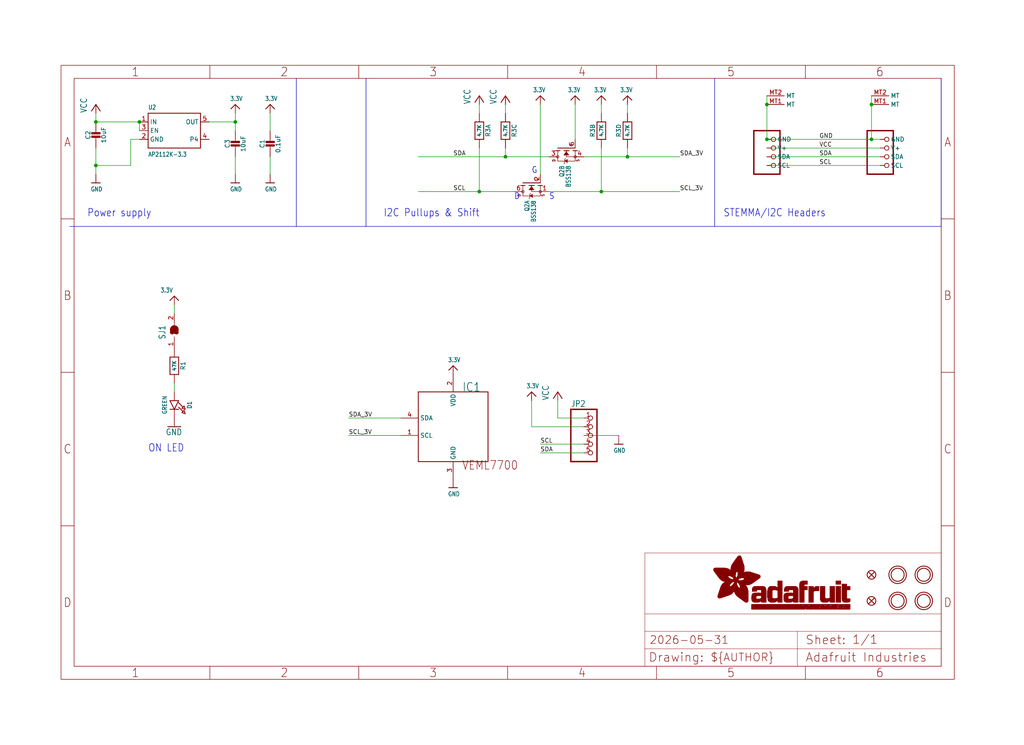
<source format=kicad_sch>
(kicad_sch (version 20230121) (generator eeschema)
  (paper "User" 298.45 217.322)
  (lib_symbols
    (symbol "working-eagle-import:3.3V" (power)
      (property "Value" "3.3V" (at -1.524 1.016 0))
      (symbol "3.3V_1_0"
        (pin power_in line (at 0 -2.54 90) (length 2.54) (name "3.3V") (number "1"))
      )
    )
    (symbol "working-eagle-import:CAP_CERAMIC0603_NO"
      (property "Reference" "C" (at -2.29 1.25 90))
      (symbol "CAP_CERAMIC0603_NO_1_0"
        (pin passive line (at 0 5.08 270) (length 2.54) (name "1") (number "1"))
        (pin passive line (at 0 -2.54 90) (length 2.54) (name "2") (number "2"))
      )
    )
    (symbol "working-eagle-import:CAP_CERAMIC0805-NOOUTLINE"
      (property "Reference" "C" (at -2.29 1.25 90))
      (symbol "CAP_CERAMIC0805-NOOUTLINE_1_0"
        (pin passive line (at 0 5.08 270) (length 2.54) (name "1") (number "1"))
        (pin passive line (at 0 -2.54 90) (length 2.54) (name "2") (number "2"))
      )
    )
    (symbol "working-eagle-import:FIDUCIAL_1MM")
    (symbol "working-eagle-import:FRAME_A4_ADAFRUIT"
      (symbol "FRAME_A4_ADAFRUIT_1_0"
        (text "${#}/${##}" (at 230.505 10.16 0) (effects (font (size 2.54 2.54)) (justify left bottom)))
        (text "${AUTHOR}" (at 189.23 5.08 0) (effects (font (size 2.286 2.286)) (justify left bottom)))
        (text "${CURRENT_DATE}" (at 171.45 10.16 0) (effects (font (size 2.286 2.286)) (justify left bottom)))
        (text "${PROJECTNAME}" (at 171.45 15.24 0) (effects (font (size 2.54 2.54)) (justify left bottom)))
        (text "1" (at 21.6958 1.905 0) (effects (font (size 2.54 2.286))))
        (text "1" (at 21.6958 177.165 0) (effects (font (size 2.54 2.286))))
        (text "2" (at 65.0875 1.905 0) (effects (font (size 2.54 2.286))))
        (text "2" (at 65.0875 177.165 0) (effects (font (size 2.54 2.286))))
        (text "3" (at 108.4792 1.905 0) (effects (font (size 2.54 2.286))))
        (text "3" (at 108.4792 177.165 0) (effects (font (size 2.54 2.286))))
        (text "4" (at 151.8708 1.905 0) (effects (font (size 2.54 2.286))))
        (text "4" (at 151.8708 177.165 0) (effects (font (size 2.54 2.286))))
        (text "5" (at 195.2625 1.905 0) (effects (font (size 2.54 2.286))))
        (text "5" (at 195.2625 177.165 0) (effects (font (size 2.54 2.286))))
        (text "6" (at 238.6542 1.905 0) (effects (font (size 2.54 2.286))))
        (text "6" (at 238.6542 177.165 0) (effects (font (size 2.54 2.286))))
        (text "A" (at 1.905 156.6863 0) (effects (font (size 2.54 2.286))))
        (text "A" (at 258.445 156.6863 0) (effects (font (size 2.54 2.286))))
        (text "Adafruit Industries" (at 216.916 4.953 0) (effects (font (size 2.54 2.54)) (justify left bottom)))
        (text "B" (at 1.905 111.9188 0) (effects (font (size 2.54 2.286))))
        (text "B" (at 258.445 111.9188 0) (effects (font (size 2.54 2.286))))
        (text "C" (at 1.905 67.1513 0) (effects (font (size 2.54 2.286))))
        (text "C" (at 258.445 67.1513 0) (effects (font (size 2.54 2.286))))
        (text "D" (at 1.905 22.3838 0) (effects (font (size 2.54 2.286))))
        (text "D" (at 258.445 22.3838 0) (effects (font (size 2.54 2.286))))
        (text "Drawing:" (at 171.196 4.953 0) (effects (font (size 2.54 2.54)) (justify left bottom)))
        (text "Sheet:" (at 216.916 10.033 0) (effects (font (size 2.54 2.54)) (justify left bottom)))
      )
    )
    (symbol "working-eagle-import:GND" (power)
      (property "Value" "GND" (at -1.524 -2.54 0))
      (symbol "GND_1_0"
        (pin power_in line (at 0 2.54 270) (length 2.54) (name "GND") (number "1"))
      )
    )
    (symbol "working-eagle-import:HEADER-1X5ROUND"
      (property "Reference" "JP" (at -6.35 8.255 0))
      (symbol "HEADER-1X5ROUND_1_0"
        (pin passive inverted (at -2.54 5.08 0) (length 2.54) (name "1") (number "1"))
        (pin passive inverted (at -2.54 2.54 0) (length 2.54) (name "2") (number "2"))
        (pin passive inverted (at -2.54 0 0) (length 2.54) (name "3") (number "3"))
        (pin passive inverted (at -2.54 -2.54 0) (length 2.54) (name "4") (number "4"))
        (pin passive inverted (at -2.54 -5.08 0) (length 2.54) (name "5") (number "5"))
      )
    )
    (symbol "working-eagle-import:LED0603_NOOUTLINE"
      (property "Reference" "D" (at -1.27 4.445 0))
      (symbol "LED0603_NOOUTLINE_1_0"
        (pin passive line (at -5.08 0 0) (length 2.54) (name "A") (number "A"))
        (pin passive line (at 2.54 0 180) (length 2.54) (name "C") (number "C"))
      )
    )
    (symbol "working-eagle-import:MOSFET-N_DUAL"
      (property "Reference" "Q" (at 5.08 0.635 0))
      (symbol "MOSFET-N_DUAL_1_0"
        (text "D" (at 3.175 3.175 0) (effects (font (size 0.8128 0.6908)) (justify left bottom)))
        (text "G" (at -1.27 -1.905 0) (effects (font (size 0.8128 0.6908)) (justify left bottom)))
        (text "S" (at 3.175 -3.81 0) (effects (font (size 0.8128 0.6908)) (justify left bottom)))
        (pin bidirectional line (at 2.54 -5.08 90) (length 2.54) (name "S") (number "1"))
        (pin bidirectional line (at -2.54 -2.54 0) (length 2.54) (name "G") (number "2"))
        (pin bidirectional line (at 2.54 5.08 270) (length 2.54) (name "D") (number "6"))
      )
      (symbol "MOSFET-N_DUAL_2_0"
        (text "D" (at 3.175 3.175 0) (effects (font (size 0.8128 0.6908)) (justify left bottom)))
        (text "G" (at -1.27 -1.905 0) (effects (font (size 0.8128 0.6908)) (justify left bottom)))
        (text "S" (at 3.175 -3.81 0) (effects (font (size 0.8128 0.6908)) (justify left bottom)))
        (pin bidirectional line (at 2.54 5.08 270) (length 2.54) (name "D") (number "3"))
        (pin bidirectional line (at 2.54 -5.08 90) (length 2.54) (name "S") (number "4"))
        (pin bidirectional line (at -2.54 -2.54 0) (length 2.54) (name "G") (number "5"))
      )
    )
    (symbol "working-eagle-import:MOUNTINGHOLE2.5")
    (symbol "working-eagle-import:RESISTOR_0603_NOOUT"
      (property "Reference" "R" (at 0 2.54 0))
      (symbol "RESISTOR_0603_NOOUT_1_0"
        (pin passive line (at -5.08 0 0) (length 2.54) (name "1") (number "1"))
        (pin passive line (at 5.08 0 180) (length 2.54) (name "2") (number "2"))
      )
    )
    (symbol "working-eagle-import:RESISTOR_4PACK"
      (property "Reference" "R" (at 0 2.54 0))
      (symbol "RESISTOR_4PACK_1_0"
        (pin passive line (at -5.08 0 0) (length 2.54) (name "1") (number "1"))
        (pin passive line (at 5.08 0 180) (length 2.54) (name "2") (number "8"))
      )
      (symbol "RESISTOR_4PACK_2_0"
        (pin passive line (at -5.08 0 0) (length 2.54) (name "1") (number "2"))
        (pin passive line (at 5.08 0 180) (length 2.54) (name "2") (number "7"))
      )
      (symbol "RESISTOR_4PACK_3_0"
        (pin passive line (at -5.08 0 0) (length 2.54) (name "1") (number "3"))
        (pin passive line (at 5.08 0 180) (length 2.54) (name "2") (number "6"))
      )
      (symbol "RESISTOR_4PACK_4_0"
        (pin passive line (at -5.08 0 0) (length 2.54) (name "1") (number "4"))
        (pin passive line (at 5.08 0 180) (length 2.54) (name "2") (number "5"))
      )
    )
    (symbol "working-eagle-import:SOLDERJUMPER_CLOSED"
      (property "Reference" "SJ" (at -2.54 2.54 0))
      (symbol "SOLDERJUMPER_CLOSED_1_0"
        (pin passive line (at -5.08 0 0) (length 2.54) (name "1") (number "1"))
        (pin passive line (at 5.08 0 180) (length 2.54) (name "2") (number "2"))
      )
    )
    (symbol "working-eagle-import:STEMMA_I2C_QT"
      (symbol "STEMMA_I2C_QT_1_0"
        (pin passive inverted (at 0 5.08 0) (length 2.54) (name "GND") (number "1"))
        (pin passive inverted (at 0 2.54 0) (length 2.54) (name "V+") (number "2"))
        (pin passive inverted (at 0 0 0) (length 2.54) (name "SDA") (number "3"))
        (pin passive inverted (at 0 -2.54 0) (length 2.54) (name "SCL") (number "4"))
      )
      (symbol "STEMMA_I2C_QT_2_0"
        (pin bidirectional line (at 0 0 0) (length 5.08) (name "MT") (number "MT1"))
      )
      (symbol "STEMMA_I2C_QT_3_0"
        (pin bidirectional line (at 0 0 0) (length 5.08) (name "MT") (number "MT2"))
      )
    )
    (symbol "working-eagle-import:VCC" (power)
      (property "Value" "VCC" (at -2.54 -2.54 90))
      (symbol "VCC_1_0"
        (pin power_in line (at 0 -2.54 90) (length 2.54) (name "VCC") (number "1"))
      )
    )
    (symbol "working-eagle-import:VEML7700"
      (property "Reference" "IC" (at 2.54 10.16 0))
      (symbol "VEML7700_1_0"
        (text "VEML7700" (at 2.54 -12.7 0) (effects (font (size 2.54 2.159)) (justify left bottom)))
        (pin bidirectional line (at -15.24 -2.54 0) (length 5.08) (name "SCL") (number "1"))
        (pin power_in line (at 0 15.24 270) (length 5.08) (name "VDD") (number "2"))
        (pin power_in line (at 0 -15.24 90) (length 5.08) (name "GND") (number "3"))
        (pin bidirectional line (at -15.24 2.54 0) (length 5.08) (name "SDA") (number "4"))
      )
    )
    (symbol "working-eagle-import:VREG_SOT23-5"
      (property "Reference" "U" (at -7.62 6.096 0))
      (symbol "VREG_SOT23-5_1_0"
        (pin power_in line (at -10.16 2.54 0) (length 2.54) (name "IN") (number "1"))
        (pin power_in line (at -10.16 -2.54 0) (length 2.54) (name "GND") (number "2"))
        (pin input line (at -10.16 0 0) (length 2.54) (name "EN") (number "3"))
        (pin bidirectional line (at 10.16 -2.54 180) (length 2.54) (name "P4") (number "4"))
        (pin power_in line (at 10.16 2.54 180) (length 2.54) (name "OUT") (number "5"))
      )
    )
    (symbol "working-eagle-import:adafruit_power_3.3V" (power)
      (property "Value" "adafruit_power_3.3V" (at -1.524 1.016 0))
      (symbol "adafruit_power_3.3V_1_0"
        (pin power_in line (at 0 -2.54 90) (length 2.54) (name "3.3V") (number "1"))
      )
    )
    (symbol "working-eagle-import:supply1_GND" (power)
      (property "Value" "supply1_GND" (at -2.54 -2.54 0))
      (symbol "supply1_GND_1_0"
        (pin power_in line (at 0 2.54 270) (length 2.54) (name "GND") (number "1"))
      )
    )
  )
  (junction (at 147.32 45.72))
  (junction (at 223.52 40.64))
  (junction (at 68.58 35.56))
  (junction (at 223.52 30.48))
  (junction (at 175.26 55.88))
  (junction (at 254 40.64))
  (junction (at 182.88 45.72))
  (junction (at 139.7 55.88))
  (junction (at 254 30.48))
  (junction (at 40.64 35.56))
  (junction (at 27.94 35.56))
  (junction (at 27.94 48.26))
  (wire (pts (xy 182.88 43.18) (xy 182.88 45.72)) (stroke (width 0.1524)))
  (polyline (pts (xy 20.32 66.04) (xy 86.36 66.04)) (stroke (width 0.1524) (type solid)))
  (wire (pts (xy 40.64 35.56) (xy 27.94 35.56)) (stroke (width 0.1524)))
  (wire (pts (xy 68.58 45.72) (xy 68.58 50.8)) (stroke (width 0.1524)))
  (wire (pts (xy 38.1 48.26) (xy 27.94 48.26)) (stroke (width 0.1524)))
  (wire (pts (xy 40.64 38.1) (xy 40.64 35.56)) (stroke (width 0.1524)))
  (wire (pts (xy 27.94 48.26) (xy 27.94 43.18)) (stroke (width 0.1524)))
  (wire (pts (xy 27.94 33.02) (xy 27.94 35.56)) (stroke (width 0.1524)))
  (wire (pts (xy 254 27.94) (xy 254 30.48)) (stroke (width 0.1524)))
  (wire (pts (xy 170.18 127) (xy 180.34 127)) (stroke (width 0.1524)))
  (polyline (pts (xy 208.28 66.04) (xy 274.32 66.04)) (stroke (width 0.1524) (type solid)))
  (wire (pts (xy 78.74 33.02) (xy 78.74 38.1)) (stroke (width 0.1524)))
  (wire (pts (xy 68.58 35.56) (xy 68.58 33.02)) (stroke (width 0.1524)))
  (wire (pts (xy 254 40.64) (xy 223.52 40.64)) (stroke (width 0.1524)))
  (wire (pts (xy 139.7 43.18) (xy 139.7 55.88)) (stroke (width 0.1524)))
  (wire (pts (xy 27.94 48.26) (xy 27.94 50.8)) (stroke (width 0.1524)))
  (wire (pts (xy 167.64 40.64) (xy 167.64 30.48)) (stroke (width 0.1524)))
  (wire (pts (xy 170.18 132.08) (xy 157.48 132.08)) (stroke (width 0.1524)))
  (wire (pts (xy 175.26 55.88) (xy 198.12 55.88)) (stroke (width 0.1524)))
  (wire (pts (xy 223.52 27.94) (xy 223.52 30.48)) (stroke (width 0.1524)))
  (wire (pts (xy 223.52 48.26) (xy 256.54 48.26)) (stroke (width 0.1524)))
  (wire (pts (xy 40.64 40.64) (xy 38.1 40.64)) (stroke (width 0.1524)))
  (wire (pts (xy 147.32 45.72) (xy 121.92 45.72)) (stroke (width 0.1524)))
  (wire (pts (xy 170.18 129.54) (xy 157.48 129.54)) (stroke (width 0.1524)))
  (wire (pts (xy 170.18 124.46) (xy 154.94 124.46)) (stroke (width 0.1524)))
  (wire (pts (xy 78.74 45.72) (xy 78.74 50.8)) (stroke (width 0.1524)))
  (wire (pts (xy 223.52 30.48) (xy 223.52 40.64)) (stroke (width 0.1524)))
  (wire (pts (xy 50.8 88.9) (xy 50.8 91.44)) (stroke (width 0.1524)))
  (wire (pts (xy 38.1 40.64) (xy 38.1 48.26)) (stroke (width 0.1524)))
  (polyline (pts (xy 86.36 66.04) (xy 106.68 66.04)) (stroke (width 0.1524) (type solid)))
  (wire (pts (xy 149.86 55.88) (xy 139.7 55.88)) (stroke (width 0.1524)))
  (wire (pts (xy 223.52 43.18) (xy 256.54 43.18)) (stroke (width 0.1524)))
  (wire (pts (xy 160.02 55.88) (xy 175.26 55.88)) (stroke (width 0.1524)))
  (wire (pts (xy 170.18 45.72) (xy 182.88 45.72)) (stroke (width 0.1524)))
  (polyline (pts (xy 106.68 66.04) (xy 208.28 66.04)) (stroke (width 0.1524) (type solid)))
  (wire (pts (xy 147.32 43.18) (xy 147.32 45.72)) (stroke (width 0.1524)))
  (wire (pts (xy 182.88 45.72) (xy 198.12 45.72)) (stroke (width 0.1524)))
  (wire (pts (xy 154.94 124.46) (xy 154.94 116.84)) (stroke (width 0.1524)))
  (wire (pts (xy 182.88 33.02) (xy 182.88 30.48)) (stroke (width 0.1524)))
  (wire (pts (xy 147.32 33.02) (xy 147.32 30.48)) (stroke (width 0.1524)))
  (wire (pts (xy 68.58 35.56) (xy 68.58 38.1)) (stroke (width 0.1524)))
  (wire (pts (xy 175.26 33.02) (xy 175.26 30.48)) (stroke (width 0.1524)))
  (polyline (pts (xy 86.36 22.86) (xy 86.36 66.04)) (stroke (width 0.1524) (type solid)))
  (wire (pts (xy 256.54 40.64) (xy 254 40.64)) (stroke (width 0.1524)))
  (wire (pts (xy 254 30.48) (xy 254 40.64)) (stroke (width 0.1524)))
  (wire (pts (xy 175.26 43.18) (xy 175.26 55.88)) (stroke (width 0.1524)))
  (wire (pts (xy 256.54 45.72) (xy 223.52 45.72)) (stroke (width 0.1524)))
  (wire (pts (xy 162.56 121.92) (xy 162.56 116.84)) (stroke (width 0.1524)))
  (wire (pts (xy 170.18 121.92) (xy 162.56 121.92)) (stroke (width 0.1524)))
  (wire (pts (xy 60.96 35.56) (xy 68.58 35.56)) (stroke (width 0.1524)))
  (wire (pts (xy 160.02 45.72) (xy 147.32 45.72)) (stroke (width 0.1524)))
  (wire (pts (xy 116.84 121.92) (xy 101.6 121.92)) (stroke (width 0.1524)))
  (polyline (pts (xy 274.32 22.86) (xy 274.32 66.04)) (stroke (width 0.1524) (type solid)))
  (wire (pts (xy 157.48 50.8) (xy 157.48 30.48)) (stroke (width 0.1524)))
  (wire (pts (xy 50.8 114.3) (xy 50.8 111.76)) (stroke (width 0.1524)))
  (polyline (pts (xy 106.68 22.86) (xy 106.68 66.04)) (stroke (width 0.1524) (type solid)))
  (wire (pts (xy 101.6 127) (xy 116.84 127)) (stroke (width 0.1524)))
  (polyline (pts (xy 208.28 22.86) (xy 208.28 66.04)) (stroke (width 0.1524) (type solid)))
  (wire (pts (xy 139.7 55.88) (xy 121.92 55.88)) (stroke (width 0.1524)))
  (wire (pts (xy 139.7 30.48) (xy 139.7 33.02)) (stroke (width 0.1524)))
  (text "D" (at 149.86 58.42 0) (effects (font (size 1.778 1.5113)) (justify left bottom)))
  (text "STEMMA/I2C Headers" (at 210.82 63.5 0) (effects (font (size 2.1844 1.8567)) (justify left bottom)))
  (text "Power supply" (at 25.4 63.5 0) (effects (font (size 2.1844 1.8567)) (justify left bottom)))
  (text "S" (at 160.02 58.42 0) (effects (font (size 1.778 1.5113)) (justify left bottom)))
  (text "I2C Pullups & Shift" (at 111.76 63.5 0) (effects (font (size 2.1844 1.8567)) (justify left bottom)))
  (text "G" (at 154.94 50.8 0) (effects (font (size 1.778 1.5113)) (justify left bottom)))
  (text "ON LED" (at 43.18 132.08 0) (effects (font (size 2.1844 1.8567)) (justify left bottom)))
  (label "SCL" (at 238.76 48.26 0) (effects (font (size 1.2446 1.2446))))
  (label "SCL" (at 157.48 129.54 0) (effects (font (size 1.2446 1.2446))))
  (label "SCL_3V" (at 198.12 55.88 0) (effects (font (size 1.2446 1.2446))))
  (label "GND" (at 238.76 40.64 0) (effects (font (size 1.2446 1.2446))))
  (label "SDA" (at 132.08 45.72 0) (effects (font (size 1.2446 1.2446))))
  (label "SDA_3V" (at 198.12 45.72 0) (effects (font (size 1.2446 1.2446))))
  (label "SDA" (at 238.76 45.72 0) (effects (font (size 1.2446 1.2446))))
  (label "SDA_3V" (at 101.6 121.92 0) (effects (font (size 1.2446 1.2446))))
  (label "SCL_3V" (at 101.6 127 0) (effects (font (size 1.2446 1.2446))))
  (label "SCL" (at 132.08 55.88 0) (effects (font (size 1.2446 1.2446))))
  (label "VCC" (at 238.76 43.18 0) (effects (font (size 1.2446 1.2446))))
  (label "SDA" (at 157.48 132.08 0) (effects (font (size 1.2446 1.2446))))
  (symbol (lib_id "working-eagle-import:adafruit_power_3.3V") (at 68.58 30.48 0) (unit 1)
    (property "Reference" "#U$15" (effects hide))
    (property "Value" "3.3V" (at 67.056 29.464 0) (effects (font (size 1.27 1.0795)) (justify left bottom)))
  )
  (symbol (lib_id "working-eagle-import:3.3V") (at 154.94 114.3 0) (unit 1)
    (property "Reference" "#U$40" (effects hide))
    (property "Value" "3.3V" (at 153.416 113.284 0) (effects (font (size 1.27 1.0795)) (justify left bottom)))
  )
  (symbol (lib_id "working-eagle-import:MOUNTINGHOLE2.5") (at 269.24 167.64 0) (unit 1)
    (property "Reference" "U$19" (effects hide))
    (property "Value" "MOUNTINGHOLE2.5" (effects hide))
    (property "Footprint" "working:MOUNTINGHOLE_2.5_PLATED" (effects hide))
  )
  (symbol (lib_id "working-eagle-import:VREG_SOT23-5") (at 50.8 38.1 0) (unit 1)
    (property "Reference" "U2" (at 43.18 32.004 0) (effects (font (size 1.27 1.0795)) (justify left bottom)))
    (property "Value" "AP2112K-3.3" (at 43.18 45.72 0) (effects (font (size 1.27 1.0795)) (justify left bottom)))
    (property "Footprint" "working:SOT23-5" (effects hide))
  )
  (symbol (lib_id "working-eagle-import:CAP_CERAMIC0603_NO") (at 78.74 43.18 0) (unit 1)
    (property "Reference" "C1" (at 76.45 41.93 90))
    (property "Value" "0.1uF" (at 81.04 41.93 90))
    (property "Footprint" "working:0603-NO" (effects hide))
  )
  (symbol (lib_id "working-eagle-import:adafruit_power_3.3V") (at 167.64 27.94 0) (mirror y) (unit 1)
    (property "Reference" "#U$23" (effects hide))
    (property "Value" "3.3V" (at 169.164 26.924 0) (effects (font (size 1.27 1.0795)) (justify left bottom)))
  )
  (symbol (lib_id "working-eagle-import:STEMMA_I2C_QT") (at 254 27.94 0) (unit 3)
    (property "Reference" "CONN4" (effects hide))
    (property "Value" "STEMMA_I2C_QT" (effects hide))
    (property "Footprint" "working:JST_SH4" (effects hide))
  )
  (symbol (lib_id "working-eagle-import:RESISTOR_0603_NOOUT") (at 50.8 106.68 270) (unit 1)
    (property "Reference" "R1" (at 53.34 106.68 0))
    (property "Value" "47K" (at 50.8 106.68 0) (effects (font (size 1.016 1.016) bold)))
    (property "Footprint" "working:0603-NO" (effects hide))
  )
  (symbol (lib_id "working-eagle-import:adafruit_power_3.3V") (at 175.26 27.94 0) (mirror y) (unit 1)
    (property "Reference" "#U$24" (effects hide))
    (property "Value" "3.3V" (at 176.784 26.924 0) (effects (font (size 1.27 1.0795)) (justify left bottom)))
  )
  (symbol (lib_id "working-eagle-import:GND") (at 68.58 53.34 0) (unit 1)
    (property "Reference" "#U$5" (effects hide))
    (property "Value" "GND" (at 67.056 55.88 0) (effects (font (size 1.27 1.0795)) (justify left bottom)))
  )
  (symbol (lib_id "working-eagle-import:RESISTOR_4PACK") (at 139.7 38.1 270) (unit 1)
    (property "Reference" "R3" (at 142.24 38.1 0))
    (property "Value" "4.7K" (at 139.7 38.1 0) (effects (font (size 1.016 1.016) bold)))
    (property "Footprint" "working:RESPACK_4X0603" (effects hide))
  )
  (symbol (lib_id "working-eagle-import:GND") (at 132.08 142.24 0) (unit 1)
    (property "Reference" "#U$28" (effects hide))
    (property "Value" "GND" (at 130.556 144.78 0) (effects (font (size 1.27 1.0795)) (justify left bottom)))
  )
  (symbol (lib_id "working-eagle-import:FIDUCIAL_1MM") (at 254 175.26 0) (unit 1)
    (property "Reference" "FID3" (effects hide))
    (property "Value" "FIDUCIAL_1MM" (effects hide))
    (property "Footprint" "working:FIDUCIAL_1MM" (effects hide))
  )
  (symbol (lib_id "working-eagle-import:GND") (at 27.94 53.34 0) (unit 1)
    (property "Reference" "#U$13" (effects hide))
    (property "Value" "GND" (at 26.416 55.88 0) (effects (font (size 1.27 1.0795)) (justify left bottom)))
  )
  (symbol (lib_id "working-eagle-import:VCC") (at 139.7 27.94 0) (unit 1)
    (property "Reference" "#P+1" (effects hide))
    (property "Value" "VCC" (at 137.16 30.48 90) (effects (font (size 1.778 1.5113)) (justify left bottom)))
  )
  (symbol (lib_id "working-eagle-import:3.3V") (at 132.08 106.68 0) (unit 1)
    (property "Reference" "#U$29" (effects hide))
    (property "Value" "3.3V" (at 130.556 105.664 0) (effects (font (size 1.27 1.0795)) (justify left bottom)))
  )
  (symbol (lib_id "working-eagle-import:adafruit_power_3.3V") (at 182.88 27.94 0) (mirror y) (unit 1)
    (property "Reference" "#U$7" (effects hide))
    (property "Value" "3.3V" (at 184.404 26.924 0) (effects (font (size 1.27 1.0795)) (justify left bottom)))
  )
  (symbol (lib_id "working-eagle-import:RESISTOR_4PACK") (at 182.88 38.1 90) (mirror x) (unit 4)
    (property "Reference" "R3" (at 180.34 38.1 0))
    (property "Value" "4.7K" (at 182.88 38.1 0) (effects (font (size 1.016 1.016) bold)))
    (property "Footprint" "working:RESPACK_4X0603" (effects hide))
  )
  (symbol (lib_id "working-eagle-import:FRAME_A4_ADAFRUIT") (at 17.78 198.12 0) (unit 1)
    (property "Reference" "#U$18" (effects hide))
    (property "Value" "FRAME_A4_ADAFRUIT" (effects hide))
  )
  (symbol (lib_id "working-eagle-import:CAP_CERAMIC0805-NOOUTLINE") (at 27.94 40.64 0) (unit 1)
    (property "Reference" "C2" (at 25.65 39.39 90))
    (property "Value" "10uF" (at 30.24 39.39 90))
    (property "Footprint" "working:0805-NO" (effects hide))
  )
  (symbol (lib_id "working-eagle-import:adafruit_power_3.3V") (at 157.48 27.94 0) (mirror y) (unit 1)
    (property "Reference" "#U$26" (effects hide))
    (property "Value" "3.3V" (at 159.004 26.924 0) (effects (font (size 1.27 1.0795)) (justify left bottom)))
  )
  (symbol (lib_id "working-eagle-import:supply1_GND") (at 50.8 124.46 0) (unit 1)
    (property "Reference" "#GND6" (effects hide))
    (property "Value" "GND" (at 48.26 127 0) (effects (font (size 1.778 1.5113)) (justify left bottom)))
  )
  (symbol (lib_id "working-eagle-import:RESISTOR_4PACK") (at 147.32 38.1 270) (unit 3)
    (property "Reference" "R3" (at 149.86 38.1 0))
    (property "Value" "4.7K" (at 147.32 38.1 0) (effects (font (size 1.016 1.016) bold)))
    (property "Footprint" "working:RESPACK_4X0603" (effects hide))
  )
  (symbol (lib_id "working-eagle-import:VEML7700") (at 132.08 124.46 0) (unit 1)
    (property "Reference" "IC1" (at 134.62 114.3 0) (effects (font (size 2.54 2.159)) (justify left bottom)))
    (property "Value" "VEML7700" (effects hide))
    (property "Footprint" "working:VEML7700" (effects hide))
  )
  (symbol (lib_id "working-eagle-import:STEMMA_I2C_QT") (at 223.52 27.94 0) (unit 3)
    (property "Reference" "CONN3" (effects hide))
    (property "Value" "STEMMA_I2C_QT" (effects hide))
    (property "Footprint" "working:JST_SH4" (effects hide))
  )
  (symbol (lib_id "working-eagle-import:HEADER-1X5ROUND") (at 172.72 127 0) (unit 1)
    (property "Reference" "JP2" (at 166.37 118.745 0) (effects (font (size 1.778 1.5113)) (justify left bottom)))
    (property "Value" "HEADER-1X5ROUND" (effects hide))
    (property "Footprint" "working:1X05_ROUND" (effects hide))
  )
  (symbol (lib_id "working-eagle-import:STEMMA_I2C_QT") (at 256.54 45.72 0) (unit 1)
    (property "Reference" "CONN4" (effects hide))
    (property "Value" "STEMMA_I2C_QT" (effects hide))
    (property "Footprint" "working:JST_SH4" (effects hide))
  )
  (symbol (lib_id "working-eagle-import:MOSFET-N_DUAL") (at 165.1 43.18 90) (mirror x) (unit 2)
    (property "Reference" "Q2" (at 164.465 48.26 0) (effects (font (size 1.27 1.0795)) (justify left bottom)))
    (property "Value" "BSS138" (at 166.37 48.26 0) (effects (font (size 1.27 1.0795)) (justify left bottom)))
    (property "Footprint" "working:SOT363" (effects hide))
  )
  (symbol (lib_id "working-eagle-import:VCC") (at 147.32 27.94 0) (unit 1)
    (property "Reference" "#P+2" (effects hide))
    (property "Value" "VCC" (at 144.78 30.48 90) (effects (font (size 1.778 1.5113)) (justify left bottom)))
  )
  (symbol (lib_id "working-eagle-import:FIDUCIAL_1MM") (at 254 167.64 0) (unit 1)
    (property "Reference" "FID4" (effects hide))
    (property "Value" "FIDUCIAL_1MM" (effects hide))
    (property "Footprint" "working:FIDUCIAL_1MM" (effects hide))
  )
  (symbol (lib_id "working-eagle-import:MOUNTINGHOLE2.5") (at 261.62 175.26 0) (unit 1)
    (property "Reference" "U$1" (effects hide))
    (property "Value" "MOUNTINGHOLE2.5" (effects hide))
    (property "Footprint" "working:MOUNTINGHOLE_2.5_PLATED" (effects hide))
  )
  (symbol (lib_id "working-eagle-import:CAP_CERAMIC0805-NOOUTLINE") (at 68.58 43.18 0) (unit 1)
    (property "Reference" "C3" (at 66.29 41.93 90))
    (property "Value" "10uF" (at 70.88 41.93 90))
    (property "Footprint" "working:0805-NO" (effects hide))
  )
  (symbol (lib_id "working-eagle-import:MOSFET-N_DUAL") (at 154.94 53.34 90) (mirror x) (unit 1)
    (property "Reference" "Q2" (at 154.305 58.42 0) (effects (font (size 1.27 1.0795)) (justify left bottom)))
    (property "Value" "BSS138" (at 156.21 58.42 0) (effects (font (size 1.27 1.0795)) (justify left bottom)))
    (property "Footprint" "working:SOT363" (effects hide))
  )
  (symbol (lib_id "working-eagle-import:GND") (at 78.74 53.34 0) (unit 1)
    (property "Reference" "#U$6" (effects hide))
    (property "Value" "GND" (at 77.216 55.88 0) (effects (font (size 1.27 1.0795)) (justify left bottom)))
  )
  (symbol (lib_id "working-eagle-import:MOUNTINGHOLE2.5") (at 261.62 167.64 0) (unit 1)
    (property "Reference" "U$17" (effects hide))
    (property "Value" "MOUNTINGHOLE2.5" (effects hide))
    (property "Footprint" "working:MOUNTINGHOLE_2.5_PLATED" (effects hide))
  )
  (symbol (lib_id "working-eagle-import:adafruit_power_3.3V") (at 78.74 30.48 0) (unit 1)
    (property "Reference" "#U$14" (effects hide))
    (property "Value" "3.3V" (at 77.216 29.464 0) (effects (font (size 1.27 1.0795)) (justify left bottom)))
  )
  (symbol (lib_id "working-eagle-import:GND") (at 180.34 129.54 0) (unit 1)
    (property "Reference" "#U$27" (effects hide))
    (property "Value" "GND" (at 178.816 132.08 0) (effects (font (size 1.27 1.0795)) (justify left bottom)))
  )
  (symbol (lib_id "working-eagle-import:adafruit_power_3.3V") (at 50.8 86.36 0) (unit 1)
    (property "Reference" "#U$3" (effects hide))
    (property "Value" "3.3V" (at 46.736 85.344 0) (effects (font (size 1.27 1.0795)) (justify left bottom)))
  )
  (symbol (lib_id "working-eagle-import:STEMMA_I2C_QT") (at 223.52 45.72 0) (unit 1)
    (property "Reference" "CONN3" (effects hide))
    (property "Value" "STEMMA_I2C_QT" (effects hide))
    (property "Footprint" "working:JST_SH4" (effects hide))
  )
  (symbol (lib_id "working-eagle-import:STEMMA_I2C_QT") (at 254 30.48 0) (unit 2)
    (property "Reference" "CONN4" (effects hide))
    (property "Value" "STEMMA_I2C_QT" (effects hide))
    (property "Footprint" "working:JST_SH4" (effects hide))
  )
  (symbol (lib_id "working-eagle-import:RESISTOR_4PACK") (at 175.26 38.1 90) (mirror x) (unit 2)
    (property "Reference" "R3" (at 172.72 38.1 0))
    (property "Value" "4.7K" (at 175.26 38.1 0) (effects (font (size 1.016 1.016) bold)))
    (property "Footprint" "working:RESPACK_4X0603" (effects hide))
  )
  (symbol (lib_id "working-eagle-import:VCC") (at 27.94 30.48 0) (unit 1)
    (property "Reference" "#P+3" (effects hide))
    (property "Value" "VCC" (at 25.4 33.02 90) (effects (font (size 1.778 1.5113)) (justify left bottom)))
  )
  (symbol (lib_id "working-eagle-import:VCC") (at 162.56 114.3 0) (unit 1)
    (property "Reference" "#P+5" (effects hide))
    (property "Value" "VCC" (at 160.02 116.84 90) (effects (font (size 1.778 1.5113)) (justify left bottom)))
  )
  (symbol (lib_id "working-eagle-import:STEMMA_I2C_QT") (at 223.52 30.48 0) (unit 2)
    (property "Reference" "CONN3" (effects hide))
    (property "Value" "STEMMA_I2C_QT" (effects hide))
    (property "Footprint" "working:JST_SH4" (effects hide))
  )
  (symbol (lib_id "working-eagle-import:LED0603_NOOUTLINE") (at 50.8 119.38 270) (unit 1)
    (property "Reference" "D1" (at 55.245 118.11 0) (effects (font (size 1.27 1.0795))))
    (property "Value" "GREEN" (at 48.006 118.11 0) (effects (font (size 1.27 1.0795))))
    (property "Footprint" "working:CHIPLED_0603_NOOUTLINE" (effects hide))
  )
  (symbol (lib_id "working-eagle-import:MOUNTINGHOLE2.5") (at 269.24 175.26 0) (unit 1)
    (property "Reference" "U$21" (effects hide))
    (property "Value" "MOUNTINGHOLE2.5" (effects hide))
    (property "Footprint" "working:MOUNTINGHOLE_2.5_PLATED" (effects hide))
  )
  (symbol (lib_id "working-eagle-import:SOLDERJUMPER_CLOSED") (at 50.8 96.52 90) (unit 1)
    (property "Reference" "SJ1" (at 48.26 99.06 0) (effects (font (size 1.778 1.5113)) (justify left bottom)))
    (property "Value" "SOLDERJUMPER_CLOSED" (effects hide))
    (property "Footprint" "working:SOLDERJUMPER_CLOSEDWIRE" (effects hide))
  )
)
</source>
